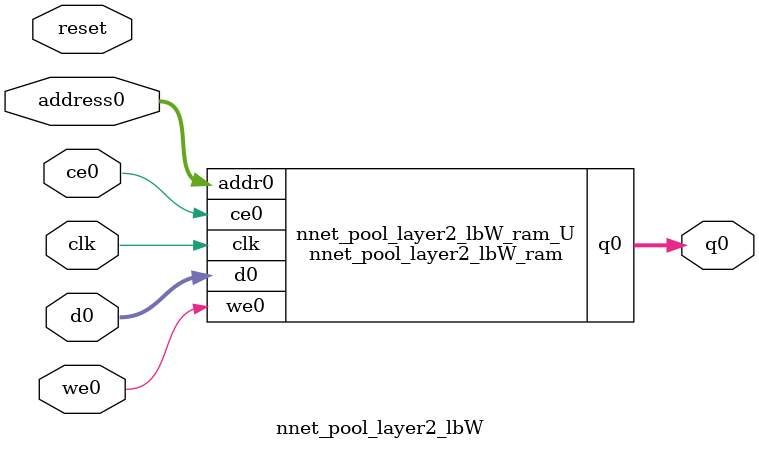
<source format=v>

`timescale 1 ns / 1 ps
module nnet_pool_layer2_lbW_ram (addr0, ce0, d0, we0, q0,  clk);

parameter DWIDTH = 32;
parameter AWIDTH = 10;
parameter MEM_SIZE = 576;

input[AWIDTH-1:0] addr0;
input ce0;
input[DWIDTH-1:0] d0;
input we0;
output reg[DWIDTH-1:0] q0;
input clk;

(* ram_style = "block" *)reg [DWIDTH-1:0] ram[0:MEM_SIZE-1];




always @(posedge clk)  
begin 
    if (ce0) 
    begin
        if (we0) 
        begin 
            ram[addr0] <= d0; 
            q0 <= d0;
        end 
        else 
            q0 <= ram[addr0];
    end
end


endmodule


`timescale 1 ns / 1 ps
module nnet_pool_layer2_lbW(
    reset,
    clk,
    address0,
    ce0,
    we0,
    d0,
    q0);

parameter DataWidth = 32'd32;
parameter AddressRange = 32'd576;
parameter AddressWidth = 32'd10;
input reset;
input clk;
input[AddressWidth - 1:0] address0;
input ce0;
input we0;
input[DataWidth - 1:0] d0;
output[DataWidth - 1:0] q0;



nnet_pool_layer2_lbW_ram nnet_pool_layer2_lbW_ram_U(
    .clk( clk ),
    .addr0( address0 ),
    .ce0( ce0 ),
    .d0( d0 ),
    .we0( we0 ),
    .q0( q0 ));

endmodule


</source>
